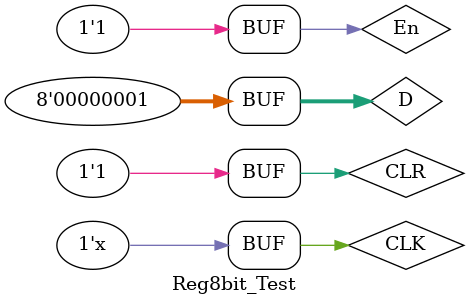
<source format=v>
`timescale 1ns / 1ps


module Reg8bit_Test;

	// Inputs
	reg [7:0] D;
	reg CLK;
	reg CLR;
	reg En;

	// Outputs
	wire [7:0] Q;

	// Instantiate the Unit Under Test (UUT)
	Reg8bit uut (
		.D(D), 
		.CLK(CLK), 
		.CLR(CLR), 
		.En(En), 
		.Q(Q)
	);
	
	always begin
		#5
		CLK = !CLK;
	end
	
	initial begin
		// Initialize Inputs
		CLK = 0;
		D = 0;
		CLR = 0;
		En = 0;

		// Wait 100 ns for global reset to finish
		#20;
        
		// Add stimulus here
		D = 10;
		CLR = 0;
		En = 3'b010;
		#100;
		D = 1;
		CLR = 1;
		En = 7;
	end
      
endmodule


</source>
